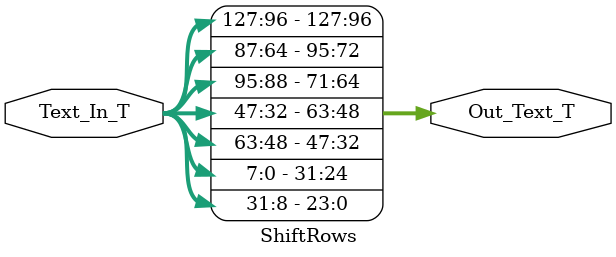
<source format=sv>
module ShiftRows #(
    parameter int N    = 128,
    parameter int BYTE = 8,
    parameter int WORD = 32
)(
    input  logic [N-1:0] Text_In_T,
    output logic [N-1:0] Out_Text_T
);

    // =========================================================================
    // AES ShiftRows (Reversed Row Logic - Explicit Byte Shifts)
    // =========================================================================
    // The logic below constructs the output words by explicitly selecting
    // the source bytes based on the shift amount.
    //
    // Notation: 
    // In[3], In[2], In[1], In[0] refers to the 4 bytes of the input row.
    // Concatenation is {MSB, ..., LSB}, so {In[2], In[1], In[0], In[3]}
    // creates the byte sequence 2, 1, 0, 3 in the output word.

    // -------------------------------------------------------------------------
    // Row 0: Shift Left 1 (Sequence: 0,1,2,3 -> 1,2,3,0)
    // -------------------------------------------------------------------------
    // Output Order (LSB first): Byte 1, Byte 2, Byte 3, Byte 0
    // Concatenation (MSB first): { Byte 0, Byte 3, Byte 2, Byte 1 }
    assign Out_Text_T[WORD-1 : 0] = {
        Text_In_T[0        +: BYTE],       // Byte 0
        Text_In_T[(3*BYTE) +: BYTE],       // Byte 3
        Text_In_T[(2*BYTE) +: BYTE],       // Byte 2
        Text_In_T[(BYTE)   +: BYTE]        // Byte 1
    };

    // -------------------------------------------------------------------------
    // Row 1: Shift Left 2 (Sequence: 0,1,2,3 -> 2,3,0,1)
    // -------------------------------------------------------------------------
    // Output Order (LSB first): Byte 2, Byte 3, Byte 0, Byte 1
    // Concatenation (MSB first): { Byte 1, Byte 0, Byte 3, Byte 2 }
    assign Out_Text_T[2*WORD-1 : WORD] = {
        Text_In_T[(WORD + BYTE)   +: BYTE], // Byte 1 (of Row 1)
        Text_In_T[(WORD)          +: BYTE], // Byte 0 (of Row 1)
        Text_In_T[(WORD + 3*BYTE) +: BYTE], // Byte 3 (of Row 1)
        Text_In_T[(WORD + 2*BYTE) +: BYTE]  // Byte 2 (of Row 1)
    };

    // -------------------------------------------------------------------------
    // Row 2: Shift Left 3 (Sequence: 0,1,2,3 -> 3,0,1,2)
    // -------------------------------------------------------------------------
    // Output Order (LSB first): Byte 3, Byte 0, Byte 1, Byte 2
    // Concatenation (MSB first): { Byte 2, Byte 1, Byte 0, Byte 3 }
    assign Out_Text_T[3*WORD-1 : 2*WORD] = {
        Text_In_T[(2*WORD + 2*BYTE) +: BYTE], // Byte 2 (of Row 2)
        Text_In_T[(2*WORD + BYTE)   +: BYTE], // Byte 1 (of Row 2)
        Text_In_T[(2*WORD)          +: BYTE], // Byte 0 (of Row 2)
        Text_In_T[(2*WORD + 3*BYTE) +: BYTE]  // Byte 3 (of Row 2)
    };

    // -------------------------------------------------------------------------
    // Row 3: No Shift (Sequence: 0,1,2,3 -> 0,1,2,3)
    // -------------------------------------------------------------------------
    assign Out_Text_T[4*WORD-1 : 3*WORD] = Text_In_T[4*WORD-1 : 3*WORD];

endmodule
</source>
